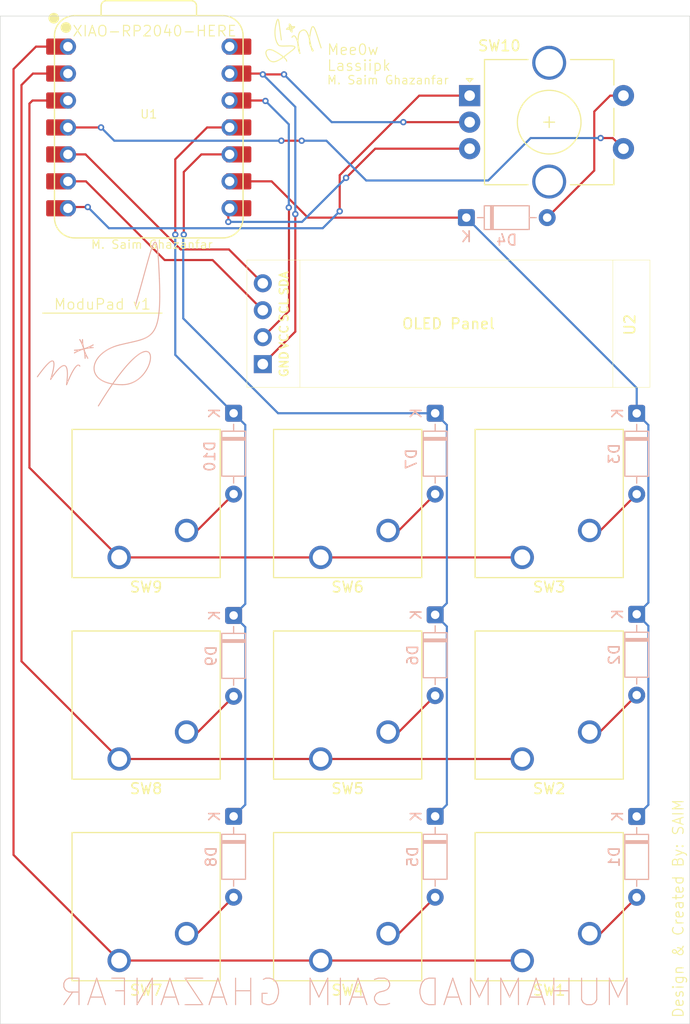
<source format=kicad_pcb>
(kicad_pcb (version 20241229) (generator "pcbnew") (generator_version "9.0")
  (layers (0 "F.Cu" signal) (2 "B.Cu" signal) (13 "F.Paste" user) (15 "B.Paste" user) (5 "F.SilkS" user "F.Silkscreen") (7 "B.SilkS" user "B.Silkscreen") (1 "F.Mask" user) (3 "B.Mask" user) (25 "Edge.Cuts" user))
  (net 0 "")
  (net 1 "ROW 0")
  (net 2 "Net-(D1-A)")
  (net 3 "Net-(D2-A)")
  (net 4 "Net-(D3-A)")
  (net 5 "EC11SW_A")
  (net 6 "ROW 1")
  (net 7 "Net-(D5-A)")
  (net 8 "Net-(D6-A)")
  (net 9 "Net-(D7-A)")
  (net 10 "ROW 2")
  (net 11 "Net-(D8-A)")
  (net 12 "Net-(D9-A)")
  (net 13 "Net-(D10-A)")
  (net 14 "COL 0")
  (net 15 "COL 1")
  (net 16 "COL 2")
  (net 17 "EC11_RA")
  (net 18 "GND")
  (net 19 "EC11SW_B")
  (net 20 "EC11_RB")
  (net 22 "OLED_SCL")
  (net 23 "OLED_SDA")
  (net 25 "+3V3")
  (footprint "Button_Switch_Keyboard:SW_Cherry_MX_1.00u_PCB" (layer "F.Cu") (at 94.71 127.53 180)
    (property "Reference" "SW2" (at -2.54 -2.794 0) (layer "F.SilkS"))
    (property "Value" "SW_Push")
    (fp_line (start 4.445 12.065) (end -9.525 12.065) (stroke (width 0.12)) (layer "F.SilkS"))
    (fp_line (start 4.445 -1.905) (end 4.445 12.065) (stroke (width 0.12)) (layer "F.SilkS"))
    (fp_line (start -9.525 12.065) (end -9.525 -1.905) (stroke (width 0.12)) (layer "F.SilkS"))
    (fp_line (start -9.525 -1.905) (end 4.445 -1.905) (stroke (width 0.12)) (layer "F.SilkS"))
    (pad "" np_thru_hole circle (at -7.62 5.08 180) (size 1.7 1.7) (drill 1.7) (layers "*.Cu" "*.Mask"))
    (pad "" np_thru_hole circle (at -2.54 5.08 180) (size 4 4) (drill 4) (layers "*.Cu" "*.Mask"))
    (pad "" np_thru_hole circle (at 2.54 5.08 180) (size 1.7 1.7) (drill 1.7) (layers "*.Cu" "*.Mask"))
    (pad "1" thru_hole circle (at 0 0 180) (size 2.2 2.2) (drill 1.5) (layers "*.Cu" "*.Mask") (net 15 "COL 1"))
    (pad "2" thru_hole circle (at -6.35 2.54 180) (size 2.2 2.2) (drill 1.5) (layers "*.Cu" "*.Mask") (net 3 "Net-(D2-A)"))
  )
  (footprint "KiCad-SSD1306-0.91-OLED-4pin-128x32.pretty-master:SSD1306-0.91-OLED-4pin-128x32" (layer "F.Cu") (at 106.75 92.5 180)
    (property "Reference" "U2" (at 1.9 5.91 90) (layer "F.SilkS"))
    (property "Value" "SSD1306-0.91-OLED-4pin-128x32")
    (fp_line (start 38 12) (end 38 0) (stroke (width 0.04)) (layer "F.SilkS"))
    (fp_line (start 38 0) (end 0 0) (stroke (width 0.04)) (layer "F.SilkS"))
    (fp_line (start 33 0) (end 33 12) (stroke (width 0.04)) (layer "F.SilkS"))
    (fp_line (start 3.5 0) (end 3.5 12) (stroke (width 0.04)) (layer "F.SilkS"))
    (fp_line (start 0 12) (end 38 12) (stroke (width 0.04)) (layer "F.SilkS"))
    (fp_line (start 0 0) (end 0 12) (stroke (width 0.04)) (layer "F.SilkS"))
    (fp_text user "SDA" (at 34.5 9.81 90) (layer "F.SilkS") (effects (font (size 0.8 0.8))))
    (fp_text user "GND" (at 34.5 2.19 90) (layer "F.SilkS") (effects (font (size 0.8 0.8))))
    (fp_text user "VCC" (at 34.5 4.73 90) (layer "F.SilkS") (effects (font (size 0.8 0.8))))
    (fp_text user "SCL" (at 34.5 7.27 90) (layer "F.SilkS") (effects (font (size 0.8 0.8))))
    (fp_text user "OLED Panel" (at 19 6 0) (layer "F.SilkS"))
    (pad "1" thru_hole rect (at 36.5 2.19 180) (size 1.7 1.7) (drill 1) (layers "*.Cu" "*.Mask") (net 18 "GND"))
    (pad "2" thru_hole oval (at 36.5 4.73 180) (size 1.7 1.7) (drill 1) (layers "*.Cu" "*.Mask") (net 25 "+3V3"))
    (pad "3" thru_hole oval (at 36.5 7.27 180) (size 1.7 1.7) (drill 1) (layers "*.Cu" "*.Mask") (net 22 "OLED_SCL"))
    (pad "4" thru_hole oval (at 36.5 9.81 180) (size 1.7 1.7) (drill 1) (layers "*.Cu" "*.Mask") (net 23 "OLED_SDA"))
  )
  (footprint "Seeed Studio XIAO Series Library:XIAO-RP2040-DIP" (layer "F.Cu") (at 59.5 68)
    (property "Reference" "U1" (at 0 -1.25 0) (layer "F.SilkS") (effects (font (size 0.8 0.8) (thickness 0.1016))))
    (property "Value" "XIAO-RP2040-DIP")
    (fp_line (start -8.89 8.509) (end -8.89 -8.636) (stroke (width 0.127)) (layer "F.SilkS"))
    (fp_line (start -6.985 10.414) (end 6.985 10.414) (stroke (width 0.127)) (layer "F.SilkS"))
    (fp_line (start -4.495 -10.541) (end -4.491272 -11.451272) (stroke (width 0.127)) (layer "F.SilkS"))
    (fp_line (start -3.991272 -11.951) (end 4.004 -11.951) (stroke (width 0.127)) (layer "F.SilkS"))
    (fp_line (start 4.504 -11.451) (end 4.504 -10.541) (stroke (width 0.127)) (layer "F.SilkS"))
    (fp_line (start 6.985 -10.541) (end -6.985 -10.541) (stroke (width 0.1)) (layer "F.SilkS"))
    (fp_line (start 6.985 -10.541) (end -6.985 -10.541) (stroke (width 0.127)) (layer "F.SilkS"))
    (fp_line (start 8.89 8.509) (end 8.89 -8.636) (stroke (width 0.127)) (layer "F.SilkS"))
    (fp_arc (start -8.89 -8.636) (mid -8.332038 -9.983038) (end -6.985 -10.541) (stroke (width 0.127)) (layer "F.SilkS"))
    (fp_arc (start -6.985 10.414) (mid -8.332038 9.856038) (end -8.89 8.509) (stroke (width 0.127)) (layer "F.SilkS"))
    (fp_arc (start -4.491272 -11.451272) (mid -4.344724 -11.804644) (end -3.991272 -11.951) (stroke (width 0.127)) (layer "F.SilkS"))
    (fp_arc (start 4.004 -11.951) (mid 4.357553 -11.804553) (end 4.504 -11.451) (stroke (width 0.127)) (layer "F.SilkS"))
    (fp_arc (start 6.985 -10.541) (mid 8.332038 -9.983038) (end 8.89 -8.636) (stroke (width 0.127)) (layer "F.SilkS"))
    (fp_arc (start 8.89 8.509) (mid 8.332038 9.856038) (end 6.985 10.414) (stroke (width 0.127)) (layer "F.SilkS"))
    (fp_circle (center -8.95 -10.3) (end -8.95 -10.554) (stroke (width 0.5)) (fill yes) (layer "F.SilkS"))
    (fp_circle (center -7.807 -9.42) (end -7.807 -9.674) (stroke (width 0.5)) (fill yes) (layer "F.SilkS"))
    (pad "1" smd roundrect (at -8.455 -7.62 180) (size 2.432 1.524) (layers "F.Cu" "F.Mask") (roundrect_rratio 0.1) (net 14 "COL 0"))
    (pad "1" thru_hole circle (at -7.62 -7.62 180) (size 1.524 1.524) (drill 0.889) (layers "*.Cu" "*.Mask") (net 14 "COL 0"))
    (pad "2" smd roundrect (at -8.455 -5.08 180) (size 2.432 1.524) (layers "F.Cu" "F.Mask") (roundrect_rratio 0.1) (net 15 "COL 1"))
    (pad "2" thru_hole circle (at -7.62 -5.08 180) (size 1.524 1.524) (drill 0.889) (layers "*.Cu" "*.Mask") (net 15 "COL 1"))
    (pad "3" smd roundrect (at -8.455 -2.54 180) (size 2.432 1.524) (layers "F.Cu" "F.Mask") (roundrect_rratio 0.1) (net 16 "COL 2"))
    (pad "3" thru_hole circle (at -7.62 -2.54 180) (size 1.524 1.524) (drill 0.889) (layers "*.Cu" "*.Mask") (net 16 "COL 2"))
    (pad "4" smd roundrect (at -8.455 0 180) (size 2.432 1.524) (layers "F.Cu" "F.Mask") (roundrect_rratio 0.1) (net 19 "EC11SW_B"))
    (pad "4" thru_hole circle (at -7.62 0 180) (size 1.524 1.524) (drill 0.889) (layers "*.Cu" "*.Mask") (net 19 "EC11SW_B"))
    (pad "5" smd roundrect (at -8.455 2.54 180) (size 2.432 1.524) (layers "F.Cu" "F.Mask") (roundrect_rratio 0.1) (net 23 "OLED_SDA"))
    (pad "5" thru_hole circle (at -7.62 2.54 180) (size 1.524 1.524) (drill 0.889) (layers "*.Cu" "*.Mask") (net 23 "OLED_SDA"))
    (pad "6" smd roundrect (at -8.455 5.08 180) (size 2.432 1.524) (layers "F.Cu" "F.Mask") (roundrect_rratio 0.1) (net 22 "OLED_SCL"))
    (pad "6" thru_hole circle (at -7.62 5.08 180) (size 1.524 1.524) (drill 0.889) (layers "*.Cu" "*.Mask") (net 22 "OLED_SCL"))
    (pad "7" smd roundrect (at -8.455 7.62 180) (size 2.432 1.524) (layers "F.Cu" "F.Mask") (roundrect_rratio 0.1) (net 17 "EC11_RA"))
    (pad "7" thru_hole circle (at -7.62 7.62 180) (size 1.524 1.524) (drill 0.889) (layers "*.Cu" "*.Mask") (net 17 "EC11_RA"))
    (pad "8" thru_hole circle (at 7.62 7.62) (size 1.524 1.524) (drill 0.889) (layers "*.Cu" "*.Mask") (net 20 "EC11_RB"))
    (pad "8" smd roundrect (at 8.455 7.62) (size 2.432 1.524) (layers "F.Cu" "F.Mask") (roundrect_rratio 0.1) (net 20 "EC11_RB"))
    (pad "9" thru_hole circle (at 7.62 5.08) (size 1.524 1.524) (drill 0.889) (layers "*.Cu" "*.Mask") (net 1 "ROW 0"))
    (pad "9" smd roundrect (at 8.455 5.08) (size 2.432 1.524) (layers "F.Cu" "F.Mask") (roundrect_rratio 0.1) (net 1 "ROW 0"))
    (pad "10" thru_hole circle (at 7.62 2.54) (size 1.524 1.524) (drill 0.889) (layers "*.Cu" "*.Mask") (net 6 "ROW 1"))
    (pad "10" smd roundrect (at 8.455 2.54) (size 2.432 1.524) (layers "F.Cu" "F.Mask") (roundrect_rratio 0.1) (net 6 "ROW 1"))
    (pad "11" thru_hole circle (at 7.62 0) (size 1.524 1.524) (drill 0.889) (layers "*.Cu" "*.Mask") (net 10 "ROW 2"))
    (pad "11" smd roundrect (at 8.455 0) (size 2.432 1.524) (layers "F.Cu" "F.Mask") (roundrect_rratio 0.1) (net 10 "ROW 2"))
    (pad "12" thru_hole circle (at 7.62 -2.54) (size 1.524 1.524) (drill 0.889) (layers "*.Cu" "*.Mask") (net 25 "+3V3"))
    (pad "12" smd roundrect (at 8.455 -2.54) (size 2.432 1.524) (layers "F.Cu" "F.Mask") (roundrect_rratio 0.1) (net 25 "+3V3"))
    (pad "13" thru_hole circle (at 7.62 -5.08) (size 1.524 1.524) (drill 0.889) (layers "*.Cu" "*.Mask") (net 18 "GND"))
    (pad "13" smd roundrect (at 8.455 -5.08) (size 2.432 1.524) (layers "F.Cu" "F.Mask") (roundrect_rratio 0.1) (net 18 "GND"))
    (pad "14" thru_hole circle (at 7.62 -7.62) (size 1.524 1.524) (drill 0.889) (layers "*.Cu" "*.Mask"))
    (pad "14" smd roundrect (at 8.455 -7.62) (size 2.432 1.524) (layers "F.Cu" "F.Mask") (roundrect_rratio 0.1))
  )
  (footprint "Button_Switch_Keyboard:SW_Cherry_MX_1.00u_PCB" (layer "F.Cu") (at 75.71 127.53 180)
    (property "Reference" "SW5" (at -2.54 -2.794 0) (layer "F.SilkS"))
    (property "Value" "SW_Push")
    (fp_line (start 4.445 12.065) (end -9.525 12.065) (stroke (width 0.12)) (layer "F.SilkS"))
    (fp_line (start 4.445 -1.905) (end 4.445 12.065) (stroke (width 0.12)) (layer "F.SilkS"))
    (fp_line (start -9.525 12.065) (end -9.525 -1.905) (stroke (width 0.12)) (layer "F.SilkS"))
    (fp_line (start -9.525 -1.905) (end 4.445 -1.905) (stroke (width 0.12)) (layer "F.SilkS"))
    (pad "" np_thru_hole circle (at -7.62 5.08 180) (size 1.7 1.7) (drill 1.7) (layers "*.Cu" "*.Mask"))
    (pad "" np_thru_hole circle (at -2.54 5.08 180) (size 4 4) (drill 4) (layers "*.Cu" "*.Mask"))
    (pad "" np_thru_hole circle (at 2.54 5.08 180) (size 1.7 1.7) (drill 1.7) (layers "*.Cu" "*.Mask"))
    (pad "1" thru_hole circle (at 0 0 180) (size 2.2 2.2) (drill 1.5) (layers "*.Cu" "*.Mask") (net 15 "COL 1"))
    (pad "2" thru_hole circle (at -6.35 2.54 180) (size 2.2 2.2) (drill 1.5) (layers "*.Cu" "*.Mask") (net 8 "Net-(D6-A)"))
  )
  (footprint "Rotary_Encoder:RotaryEncoder_Alps_EC11E-Switch_Vertical_H20mm_CircularMountingHoles" (layer "F.Cu") (at 89.75 65)
    (property "Reference" "SW10" (at 2.8 -4.7 0) (layer "F.SilkS"))
    (property "Value" "RotaryEncoder_Switch")
    (fp_line (start -0.3 -1.6) (end 0.3 -1.6) (stroke (width 0.12)) (layer "F.SilkS"))
    (fp_line (start 0 -1.3) (end -0.3 -1.6) (stroke (width 0.12)) (layer "F.SilkS"))
    (fp_line (start 0.3 -1.6) (end 0 -1.3) (stroke (width 0.12)) (layer "F.SilkS"))
    (fp_line (start 1.4 -3.4) (end 1.4 8.4) (stroke (width 0.12)) (layer "F.SilkS"))
    (fp_line (start 5.5 -3.4) (end 1.4 -3.4) (stroke (width 0.12)) (layer "F.SilkS"))
    (fp_line (start 5.5 8.4) (end 1.4 8.4) (stroke (width 0.12)) (layer "F.SilkS"))
    (fp_line (start 7 2.5) (end 8 2.5) (stroke (width 0.12)) (layer "F.SilkS"))
    (fp_line (start 7.5 2) (end 7.5 3) (stroke (width 0.12)) (layer "F.SilkS"))
    (fp_line (start 9.5 -3.4) (end 13.6 -3.4) (stroke (width 0.12)) (layer "F.SilkS"))
    (fp_line (start 13.6 -3.4) (end 13.6 -1) (stroke (width 0.12)) (layer "F.SilkS"))
    (fp_line (start 13.6 1.2) (end 13.6 3.8) (stroke (width 0.12)) (layer "F.SilkS"))
    (fp_line (start 13.6 6) (end 13.6 8.4) (stroke (width 0.12)) (layer "F.SilkS"))
    (fp_line (start 13.6 8.4) (end 9.5 8.4) (stroke (width 0.12)) (layer "F.SilkS"))
    (fp_circle (center 7.5 2.5) (end 10.5 2.5) (stroke (width 0.12)) (fill no) (layer "F.SilkS"))
    (pad "A" thru_hole rect (at 0 0) (size 2 2) (drill 1) (layers "*.Cu" "*.Mask") (net 17 "EC11_RA"))
    (pad "B" thru_hole circle (at 0 5) (size 2 2) (drill 1) (layers "*.Cu" "*.Mask") (net 20 "EC11_RB"))
    (pad "C" thru_hole circle (at 0 2.5) (size 2 2) (drill 1) (layers "*.Cu" "*.Mask") (net 18 "GND"))
    (pad "MP" thru_hole circle (at 7.5 -3.1) (size 3.2 3.2) (drill 2.6) (layers "*.Cu" "*.Mask"))
    (pad "MP" thru_hole circle (at 7.5 8.1) (size 3.2 3.2) (drill 2.6) (layers "*.Cu" "*.Mask"))
    (pad "S1" thru_hole circle (at 14.5 5) (size 2 2) (drill 1) (layers "*.Cu" "*.Mask") (net 19 "EC11SW_B"))
    (pad "S2" thru_hole circle (at 14.5 0) (size 2 2) (drill 1) (layers "*.Cu" "*.Mask") (net 5 "EC11SW_A"))
  )
  (footprint "Button_Switch_Keyboard:SW_Cherry_MX_1.00u_PCB" (layer "F.Cu") (at 75.71 146.53 180)
    (property "Reference" "SW4" (at -2.54 -2.794 0) (layer "F.SilkS"))
    (property "Value" "SW_Push")
    (fp_line (start 4.445 12.065) (end -9.525 12.065) (stroke (width 0.12)) (layer "F.SilkS"))
    (fp_line (start 4.445 -1.905) (end 4.445 12.065) (stroke (width 0.12)) (layer "F.SilkS"))
    (fp_line (start -9.525 12.065) (end -9.525 -1.905) (stroke (width 0.12)) (layer "F.SilkS"))
    (fp_line (start -9.525 -1.905) (end 4.445 -1.905) (stroke (width 0.12)) (layer "F.SilkS"))
    (pad "" np_thru_hole circle (at -7.62 5.08 180) (size 1.7 1.7) (drill 1.7) (layers "*.Cu" "*.Mask"))
    (pad "" np_thru_hole circle (at -2.54 5.08 180) (size 4 4) (drill 4) (layers "*.Cu" "*.Mask"))
    (pad "" np_thru_hole circle (at 2.54 5.08 180) (size 1.7 1.7) (drill 1.7) (layers "*.Cu" "*.Mask"))
    (pad "1" thru_hole circle (at 0 0 180) (size 2.2 2.2) (drill 1.5) (layers "*.Cu" "*.Mask") (net 14 "COL 0"))
    (pad "2" thru_hole circle (at -6.35 2.54 180) (size 2.2 2.2) (drill 1.5) (layers "*.Cu" "*.Mask") (net 7 "Net-(D5-A)"))
  )
  (footprint "Button_Switch_Keyboard:SW_Cherry_MX_1.00u_PCB" (layer "F.Cu") (at 75.71 108.53 180)
    (property "Reference" "SW6" (at -2.54 -2.794 0) (layer "F.SilkS"))
    (property "Value" "SW_Push")
    (fp_line (start 4.445 12.065) (end -9.525 12.065) (stroke (width 0.12)) (layer "F.SilkS"))
    (fp_line (start 4.445 -1.905) (end 4.445 12.065) (stroke (width 0.12)) (layer "F.SilkS"))
    (fp_line (start -9.525 12.065) (end -9.525 -1.905) (stroke (width 0.12)) (layer "F.SilkS"))
    (fp_line (start -9.525 -1.905) (end 4.445 -1.905) (stroke (width 0.12)) (layer "F.SilkS"))
    (pad "" np_thru_hole circle (at -7.62 5.08 180) (size 1.7 1.7) (drill 1.7) (layers "*.Cu" "*.Mask"))
    (pad "" np_thru_hole circle (at -2.54 5.08 180) (size 4 4) (drill 4) (layers "*.Cu" "*.Mask"))
    (pad "" np_thru_hole circle (at 2.54 5.08 180) (size 1.7 1.7) (drill 1.7) (layers "*.Cu" "*.Mask"))
    (pad "1" thru_hole circle (at 0 0 180) (size 2.2 2.2) (drill 1.5) (layers "*.Cu" "*.Mask") (net 16 "COL 2"))
    (pad "2" thru_hole circle (at -6.35 2.54 180) (size 2.2 2.2) (drill 1.5) (layers "*.Cu" "*.Mask") (net 9 "Net-(D7-A)"))
  )
  (footprint "Button_Switch_Keyboard:SW_Cherry_MX_1.00u_PCB" (layer "F.Cu") (at 56.71 108.53 180)
    (property "Reference" "SW9" (at -2.54 -2.794 0) (layer "F.SilkS"))
    (property "Value" "SW_Push")
    (fp_line (start 4.445 12.065) (end -9.525 12.065) (stroke (width 0.12)) (layer "F.SilkS"))
    (fp_line (start 4.445 -1.905) (end 4.445 12.065) (stroke (width 0.12)) (layer "F.SilkS"))
    (fp_line (start -9.525 12.065) (end -9.525 -1.905) (stroke (width 0.12)) (layer "F.SilkS"))
    (fp_line (start -9.525 -1.905) (end 4.445 -1.905) (stroke (width 0.12)) (layer "F.SilkS"))
    (pad "" np_thru_hole circle (at -7.62 5.08 180) (size 1.7 1.7) (drill 1.7) (layers "*.Cu" "*.Mask"))
    (pad "" np_thru_hole circle (at -2.54 5.08 180) (size 4 4) (drill 4) (layers "*.Cu" "*.Mask"))
    (pad "" np_thru_hole circle (at 2.54 5.08 180) (size 1.7 1.7) (drill 1.7) (layers "*.Cu" "*.Mask"))
    (pad "1" thru_hole circle (at 0 0 180) (size 2.2 2.2) (drill 1.5) (layers "*.Cu" "*.Mask") (net 16 "COL 2"))
    (pad "2" thru_hole circle (at -6.35 2.54 180) (size 2.2 2.2) (drill 1.5) (layers "*.Cu" "*.Mask") (net 13 "Net-(D10-A)"))
  )
  (footprint "Button_Switch_Keyboard:SW_Cherry_MX_1.00u_PCB" (layer "F.Cu") (at 56.71 146.53 180)
    (property "Reference" "SW7" (at -2.54 -2.794 0) (layer "F.SilkS"))
    (property "Value" "SW_Push")
    (fp_line (start 4.445 12.065) (end -9.525 12.065) (stroke (width 0.12)) (layer "F.SilkS"))
    (fp_line (start 4.445 -1.905) (end 4.445 12.065) (stroke (width 0.12)) (layer "F.SilkS"))
    (fp_line (start -9.525 12.065) (end -9.525 -1.905) (stroke (width 0.12)) (layer "F.SilkS"))
    (fp_line (start -9.525 -1.905) (end 4.445 -1.905) (stroke (width 0.12)) (layer "F.SilkS"))
    (pad "" np_thru_hole circle (at -7.62 5.08 180) (size 1.7 1.7) (drill 1.7) (layers "*.Cu" "*.Mask"))
    (pad "" np_thru_hole circle (at -2.54 5.08 180) (size 4 4) (drill 4) (layers "*.Cu" "*.Mask"))
    (pad "" np_thru_hole circle (at 2.54 5.08 180) (size 1.7 1.7) (drill 1.7) (layers "*.Cu" "*.Mask"))
    (pad "1" thru_hole circle (at 0 0 180) (size 2.2 2.2) (drill 1.5) (layers "*.Cu" "*.Mask") (net 14 "COL 0"))
    (pad "2" thru_hole circle (at -6.35 2.54 180) (size 2.2 2.2) (drill 1.5) (layers "*.Cu" "*.Mask") (net 11 "Net-(D8-A)"))
  )
  (footprint "Button_Switch_Keyboard:SW_Cherry_MX_1.00u_PCB" (layer "F.Cu") (at 94.71 146.53 180)
    (property "Reference" "SW1" (at -2.54 -2.794 0) (layer "F.SilkS"))
    (property "Value" "SW_Push")
    (fp_line (start 4.445 12.065) (end -9.525 12.065) (stroke (width 0.12)) (layer "F.SilkS"))
    (fp_line (start 4.445 -1.905) (end 4.445 12.065) (stroke (width 0.12)) (layer "F.SilkS"))
    (fp_line (start -9.525 12.065) (end -9.525 -1.905) (stroke (width 0.12)) (layer "F.SilkS"))
    (fp_line (start -9.525 -1.905) (end 4.445 -1.905) (stroke (width 0.12)) (layer "F.SilkS"))
    (pad "" np_thru_hole circle (at -7.62 5.08 180) (size 1.7 1.7) (drill 1.7) (layers "*.Cu" "*.Mask"))
    (pad "" np_thru_hole circle (at -2.54 5.08 180) (size 4 4) (drill 4) (layers "*.Cu" "*.Mask"))
    (pad "" np_thru_hole circle (at 2.54 5.08 180) (size 1.7 1.7) (drill 1.7) (layers "*.Cu" "*.Mask"))
    (pad "1" thru_hole circle (at 0 0 180) (size 2.2 2.2) (drill 1.5) (layers "*.Cu" "*.Mask") (net 14 "COL 0"))
    (pad "2" thru_hole circle (at -6.35 2.54 180) (size 2.2 2.2) (drill 1.5) (layers "*.Cu" "*.Mask") (net 2 "Net-(D1-A)"))
  )
  (footprint "Button_Switch_Keyboard:SW_Cherry_MX_1.00u_PCB" (layer "F.Cu") (at 56.71 127.53 180)
    (property "Reference" "SW8" (at -2.54 -2.794 0) (layer "F.SilkS"))
    (property "Value" "SW_Push")
    (fp_line (start 4.445 12.065) (end -9.525 12.065) (stroke (width 0.12)) (layer "F.SilkS"))
    (fp_line (start 4.445 -1.905) (end 4.445 12.065) (stroke (width 0.12)) (layer "F.SilkS"))
    (fp_line (start -9.525 12.065) (end -9.525 -1.905) (stroke (width 0.12)) (layer "F.SilkS"))
    (fp_line (start -9.525 -1.905) (end 4.445 -1.905) (stroke (width 0.12)) (layer "F.SilkS"))
    (pad "" np_thru_hole circle (at -7.62 5.08 180) (size 1.7 1.7) (drill 1.7) (layers "*.Cu" "*.Mask"))
    (pad "" np_thru_hole circle (at -2.54 5.08 180) (size 4 4) (drill 4) (layers "*.Cu" "*.Mask"))
    (pad "" np_thru_hole circle (at 2.54 5.08 180) (size 1.7 1.7) (drill 1.7) (layers "*.Cu" "*.Mask"))
    (pad "1" thru_hole circle (at 0 0 180) (size 2.2 2.2) (drill 1.5) (layers "*.Cu" "*.Mask") (net 15 "COL 1"))
    (pad "2" thru_hole circle (at -6.35 2.54 180) (size 2.2 2.2) (drill 1.5) (layers "*.Cu" "*.Mask") (net 12 "Net-(D9-A)"))
  )
  (footprint "Button_Switch_Keyboard:SW_Cherry_MX_1.00u_PCB" (layer "F.Cu") (at 94.71 108.53 180)
    (property "Reference" "SW3" (at -2.54 -2.794 0) (layer "F.SilkS"))
    (property "Value" "SW_Push")
    (fp_line (start 4.445 12.065) (end -9.525 12.065) (stroke (width 0.12)) (layer "F.SilkS"))
    (fp_line (start 4.445 -1.905) (end 4.445 12.065) (stroke (width 0.12)) (layer "F.SilkS"))
    (fp_line (start -9.525 12.065) (end -9.525 -1.905) (stroke (width 0.12)) (layer "F.SilkS"))
    (fp_line (start -9.525 -1.905) (end 4.445 -1.905) (stroke (width 0.12)) (layer "F.SilkS"))
    (pad "" np_thru_hole circle (at -7.62 5.08 180) (size 1.7 1.7) (drill 1.7) (layers "*.Cu" "*.Mask"))
    (pad "" np_thru_hole circle (at -2.54 5.08 180) (size 4 4) (drill 4) (layers "*.Cu" "*.Mask"))
    (pad "" np_thru_hole circle (at 2.54 5.08 180) (size 1.7 1.7) (drill 1.7) (layers "*.Cu" "*.Mask"))
    (pad "1" thru_hole circle (at 0 0 180) (size 2.2 2.2) (drill 1.5) (layers "*.Cu" "*.Mask") (net 16 "COL 2"))
    (pad "2" thru_hole circle (at -6.35 2.54 180) (size 2.2 2.2) (drill 1.5) (layers "*.Cu" "*.Mask") (net 4 "Net-(D3-A)"))
  )
  (footprint "Diode_THT:D_DO-35_SOD27_P7.62mm_Horizontal" (layer "B.Cu") (at 105.5 132.95 -90)
    (property "Reference" "D1" (at 3.81 2.12 90) (layer "B.SilkS") (effects (justify mirror)))
    (property "Value" "1N4148")
    (fp_line (start 2.29 1.12) (end 2.29 -1.12) (stroke (width 0.12)) (layer "B.SilkS"))
    (fp_line (start 2.41 1.12) (end 2.41 -1.12) (stroke (width 0.12)) (layer "B.SilkS"))
    (fp_line (start 2.53 1.12) (end 2.53 -1.12) (stroke (width 0.12)) (layer "B.SilkS"))
    (fp_line (start 1.04 0) (end 1.69 0) (stroke (width 0.12)) (layer "B.SilkS"))
    (fp_line (start 6.58 0) (end 5.93 0) (stroke (width 0.12)) (layer "B.SilkS"))
    (fp_rect (start 1.69 1.12) (end 5.93 -1.12) (stroke (width 0.12)) (fill no) (layer "B.SilkS"))
    (fp_text user "K" (at 0 1.8 90) (layer "B.SilkS") (effects (justify mirror)))
    (pad "1" thru_hole roundrect (at 0 0 270) (size 1.6 1.6) (drill 0.8) (layers "*.Cu" "*.Mask") (roundrect_rratio 0.15625) (net 1 "ROW 0"))
    (pad "2" thru_hole circle (at 7.62 0 270) (size 1.6 1.6) (drill 0.8) (layers "*.Cu" "*.Mask") (net 2 "Net-(D1-A)"))
  )
  (footprint "Diode_THT:D_DO-35_SOD27_P7.62mm_Horizontal" (layer "B.Cu") (at 67.5 132.94 -90)
    (property "Reference" "D8" (at 3.81 2.12 90) (layer "B.SilkS") (effects (justify mirror)))
    (property "Value" "1N4148")
    (fp_line (start 2.29 1.12) (end 2.29 -1.12) (stroke (width 0.12)) (layer "B.SilkS"))
    (fp_line (start 2.41 1.12) (end 2.41 -1.12) (stroke (width 0.12)) (layer "B.SilkS"))
    (fp_line (start 2.53 1.12) (end 2.53 -1.12) (stroke (width 0.12)) (layer "B.SilkS"))
    (fp_line (start 1.04 0) (end 1.69 0) (stroke (width 0.12)) (layer "B.SilkS"))
    (fp_line (start 6.58 0) (end 5.93 0) (stroke (width 0.12)) (layer "B.SilkS"))
    (fp_rect (start 1.69 1.12) (end 5.93 -1.12) (stroke (width 0.12)) (fill no) (layer "B.SilkS"))
    (fp_text user "K" (at 0 1.8 90) (layer "B.SilkS") (effects (justify mirror)))
    (pad "1" thru_hole roundrect (at 0 0 270) (size 1.6 1.6) (drill 0.8) (layers "*.Cu" "*.Mask") (roundrect_rratio 0.15625) (net 10 "ROW 2"))
    (pad "2" thru_hole circle (at 7.62 0 270) (size 1.6 1.6) (drill 0.8) (layers "*.Cu" "*.Mask") (net 11 "Net-(D8-A)"))
  )
  (footprint "Diode_THT:D_DO-35_SOD27_P7.62mm_Horizontal" (layer "B.Cu") (at 86.5 132.94 -90)
    (property "Reference" "D5" (at 3.81 2.12 90) (layer "B.SilkS") (effects (justify mirror)))
    (property "Value" "1N4148")
    (fp_line (start 2.29 1.12) (end 2.29 -1.12) (stroke (width 0.12)) (layer "B.SilkS"))
    (fp_line (start 2.41 1.12) (end 2.41 -1.12) (stroke (width 0.12)) (layer "B.SilkS"))
    (fp_line (start 2.53 1.12) (end 2.53 -1.12) (stroke (width 0.12)) (layer "B.SilkS"))
    (fp_line (start 1.04 0) (end 1.69 0) (stroke (width 0.12)) (layer "B.SilkS"))
    (fp_line (start 6.58 0) (end 5.93 0) (stroke (width 0.12)) (layer "B.SilkS"))
    (fp_rect (start 1.69 1.12) (end 5.93 -1.12) (stroke (width 0.12)) (fill no) (layer "B.SilkS"))
    (fp_text user "K" (at 0 1.8 90) (layer "B.SilkS") (effects (justify mirror)))
    (pad "1" thru_hole roundrect (at 0 0 270) (size 1.6 1.6) (drill 0.8) (layers "*.Cu" "*.Mask") (roundrect_rratio 0.15625) (net 6 "ROW 1"))
    (pad "2" thru_hole circle (at 7.62 0 270) (size 1.6 1.6) (drill 0.8) (layers "*.Cu" "*.Mask") (net 7 "Net-(D5-A)"))
  )
  (footprint "Diode_THT:D_DO-35_SOD27_P7.62mm_Horizontal" (layer "B.Cu") (at 86.5 113.94 -90)
    (property "Reference" "D6" (at 3.81 2.12 90) (layer "B.SilkS") (effects (justify mirror)))
    (property "Value" "1N4148")
    (fp_line (start 2.29 1.12) (end 2.29 -1.12) (stroke (width 0.12)) (layer "B.SilkS"))
    (fp_line (start 2.41 1.12) (end 2.41 -1.12) (stroke (width 0.12)) (layer "B.SilkS"))
    (fp_line (start 2.53 1.12) (end 2.53 -1.12) (stroke (width 0.12)) (layer "B.SilkS"))
    (fp_line (start 1.04 0) (end 1.69 0) (stroke (width 0.12)) (layer "B.SilkS"))
    (fp_line (start 6.58 0) (end 5.93 0) (stroke (width 0.12)) (layer "B.SilkS"))
    (fp_rect (start 1.69 1.12) (end 5.93 -1.12) (stroke (width 0.12)) (fill no) (layer "B.SilkS"))
    (fp_text user "K" (at 0 1.8 90) (layer "B.SilkS") (effects (justify mirror)))
    (pad "1" thru_hole roundrect (at 0 0 270) (size 1.6 1.6) (drill 0.8) (layers "*.Cu" "*.Mask") (roundrect_rratio 0.15625) (net 6 "ROW 1"))
    (pad "2" thru_hole circle (at 7.62 0 270) (size 1.6 1.6) (drill 0.8) (layers "*.Cu" "*.Mask") (net 8 "Net-(D6-A)"))
  )
  (footprint "Diode_THT:D_DO-35_SOD27_P7.62mm_Horizontal" (layer "B.Cu") (at 89.44 76.5)
    (property "Reference" "D4" (at 3.81 2.12 0) (layer "B.SilkS") (effects (justify mirror)))
    (property "Value" "1N4148")
    (fp_line (start 1.04 0) (end 1.69 0) (stroke (width 0.12)) (layer "B.SilkS"))
    (fp_line (start 2.29 1.12) (end 2.29 -1.12) (stroke (width 0.12)) (layer "B.SilkS"))
    (fp_line (start 2.41 1.12) (end 2.41 -1.12) (stroke (width 0.12)) (layer "B.SilkS"))
    (fp_line (start 2.53 1.12) (end 2.53 -1.12) (stroke (width 0.12)) (layer "B.SilkS"))
    (fp_line (start 6.58 0) (end 5.93 0) (stroke (width 0.12)) (layer "B.SilkS"))
    (fp_rect (start 1.69 1.12) (end 5.93 -1.12) (stroke (width 0.12)) (fill no) (layer "B.SilkS"))
    (fp_text user "K" (at 0 1.8 0) (layer "B.SilkS") (effects (justify mirror)))
    (pad "1" thru_hole roundrect (at 0 0) (size 1.6 1.6) (drill 0.8) (layers "*.Cu" "*.Mask") (roundrect_rratio 0.15625) (net 1 "ROW 0"))
    (pad "2" thru_hole circle (at 7.62 0) (size 1.6 1.6) (drill 0.8) (layers "*.Cu" "*.Mask") (net 5 "EC11SW_A"))
  )
  (footprint "Diode_THT:D_DO-35_SOD27_P7.62mm_Horizontal" (layer "B.Cu") (at 86.5 94.94 -90)
    (property "Reference" "D7" (at 4.31 2.25 90) (layer "B.SilkS") (effects (justify mirror)))
    (property "Value" "1N4148")
    (fp_line (start 2.29 1.12) (end 2.29 -1.12) (stroke (width 0.12)) (layer "B.SilkS"))
    (fp_line (start 2.41 1.12) (end 2.41 -1.12) (stroke (width 0.12)) (layer "B.SilkS"))
    (fp_line (start 2.53 1.12) (end 2.53 -1.12) (stroke (width 0.12)) (layer "B.SilkS"))
    (fp_line (start 1.04 0) (end 1.69 0) (stroke (width 0.12)) (layer "B.SilkS"))
    (fp_line (start 6.58 0) (end 5.93 0) (stroke (width 0.12)) (layer "B.SilkS"))
    (fp_rect (start 1.69 1.12) (end 5.93 -1.12) (stroke (width 0.12)) (fill no) (layer "B.SilkS"))
    (fp_text user "K" (at 0 1.8 90) (layer "B.SilkS") (effects (justify mirror)))
    (pad "1" thru_hole roundrect (at 0 0 270) (size 1.6 1.6) (drill 0.8) (layers "*.Cu" "*.Mask") (roundrect_rratio 0.15625) (net 6 "ROW 1"))
    (pad "2" thru_hole circle (at 7.62 0 270) (size 1.6 1.6) (drill 0.8) (layers "*.Cu" "*.Mask") (net 9 "Net-(D7-A)"))
  )
  (footprint "Diode_THT:D_DO-35_SOD27_P7.62mm_Horizontal" (layer "B.Cu") (at 105.5 94.95 -90)
    (property "Reference" "D3" (at 3.81 2.12 90) (layer "B.SilkS") (effects (justify mirror)))
    (property "Value" "1N4148")
    (fp_line (start 2.29 1.12) (end 2.29 -1.12) (stroke (width 0.12)) (layer "B.SilkS"))
    (fp_line (start 2.41 1.12) (end 2.41 -1.12) (stroke (width 0.12)) (layer "B.SilkS"))
    (fp_line (start 2.53 1.12) (end 2.53 -1.12) (stroke (width 0.12)) (layer "B.SilkS"))
    (fp_line (start 1.04 0) (end 1.69 0) (stroke (width 0.12)) (layer "B.SilkS"))
    (fp_line (start 6.58 0) (end 5.93 0) (stroke (width 0.12)) (layer "B.SilkS"))
    (fp_rect (start 1.69 1.12) (end 5.93 -1.12) (stroke (width 0.12)) (fill no) (layer "B.SilkS"))
    (fp_text user "K" (at 0 1.8 90) (layer "B.SilkS") (effects (justify mirror)))
    (pad "1" thru_hole roundrect (at 0 0 270) (size 1.6 1.6) (drill 0.8) (layers "*.Cu" "*.Mask") (roundrect_rratio 0.15625) (net 1 "ROW 0"))
    (pad "2" thru_hole circle (at 7.62 0 270) (size 1.6 1.6) (drill 0.8) (layers "*.Cu" "*.Mask") (net 4 "Net-(D3-A)"))
  )
  (footprint "Diode_THT:D_DO-35_SOD27_P7.62mm_Horizontal" (layer "B.Cu") (at 105.5 113.89 -90)
    (property "Reference" "D2" (at 3.81 2.12 90) (layer "B.SilkS") (effects (justify mirror)))
    (property "Value" "1N4148")
    (fp_line (start 2.29 1.12) (end 2.29 -1.12) (stroke (width 0.12)) (layer "B.SilkS"))
    (fp_line (start 2.41 1.12) (end 2.41 -1.12) (stroke (width 0.12)) (layer "B.SilkS"))
    (fp_line (start 2.53 1.12) (end 2.53 -1.12) (stroke (width 0.12)) (layer "B.SilkS"))
    (fp_line (start 1.04 0) (end 1.69 0) (stroke (width 0.12)) (layer "B.SilkS"))
    (fp_line (start 6.58 0) (end 5.93 0) (stroke (width 0.12)) (layer "B.SilkS"))
    (fp_rect (start 1.69 1.12) (end 5.93 -1.12) (stroke (width 0.12)) (fill no) (layer "B.SilkS"))
    (fp_text user "K" (at 0 1.8 90) (layer "B.SilkS") (effects (justify mirror)))
    (pad "1" thru_hole roundrect (at 0 0 270) (size 1.6 1.6) (drill 0.8) (layers "*.Cu" "*.Mask") (roundrect_rratio 0.15625) (net 1 "ROW 0"))
    (pad "2" thru_hole circle (at 7.62 0 270) (size 1.6 1.6) (drill 0.8) (layers "*.Cu" "*.Mask") (net 3 "Net-(D2-A)"))
  )
  (footprint "Diode_THT:D_DO-35_SOD27_P7.62mm_Horizontal" (layer "B.Cu") (at 67.5 94.94 -90)
    (property "Reference" "D10" (at 4.06 2.25 90) (layer "B.SilkS") (effects (justify mirror)))
    (property "Value" "1N4148")
    (fp_line (start 2.29 1.12) (end 2.29 -1.12) (stroke (width 0.12)) (layer "B.SilkS"))
    (fp_line (start 2.41 1.12) (end 2.41 -1.12) (stroke (width 0.12)) (layer "B.SilkS"))
    (fp_line (start 2.53 1.12) (end 2.53 -1.12) (stroke (width 0.12)) (layer "B.SilkS"))
    (fp_line (start 1.04 0) (end 1.69 0) (stroke (width 0.12)) (layer "B.SilkS"))
    (fp_line (start 6.58 0) (end 5.93 0) (stroke (width 0.12)) (layer "B.SilkS"))
    (fp_rect (start 1.69 1.12) (end 5.93 -1.12) (stroke (width 0.12)) (fill no) (layer "B.SilkS"))
    (fp_text user "K" (at 0 1.8 90) (layer "B.SilkS") (effects (justify mirror)))
    (pad "1" thru_hole roundrect (at 0 0 270) (size 1.6 1.6) (drill 0.8) (layers "*.Cu" "*.Mask") (roundrect_rratio 0.15625) (net 10 "ROW 2"))
    (pad "2" thru_hole circle (at 7.62 0 270) (size 1.6 1.6) (drill 0.8) (layers "*.Cu" "*.Mask") (net 13 "Net-(D10-A)"))
  )
  (footprint "Diode_THT:D_DO-35_SOD27_P7.62mm_Horizontal" (layer "B.Cu") (at 67.5 114 -90)
    (property "Reference" "D9" (at 3.81 2.12 90) (layer "B.SilkS") (effects (justify mirror)))
    (property "Value" "1N4148")
    (fp_line (start 2.29 1.12) (end 2.29 -1.12) (stroke (width 0.12)) (layer "B.SilkS"))
    (fp_line (start 2.41 1.12) (end 2.41 -1.12) (stroke (width 0.12)) (layer "B.SilkS"))
    (fp_line (start 2.53 1.12) (end 2.53 -1.12) (stroke (width 0.12)) (layer "B.SilkS"))
    (fp_line (start 1.04 0) (end 1.69 0) (stroke (width 0.12)) (layer "B.SilkS"))
    (fp_line (start 6.58 0) (end 5.93 0) (stroke (width 0.12)) (layer "B.SilkS"))
    (fp_rect (start 1.69 1.12) (end 5.93 -1.12) (stroke (width 0.12)) (fill no) (layer "B.SilkS"))
    (fp_text user "K" (at 0 1.8 90) (layer "B.SilkS") (effects (justify mirror)))
    (pad "1" thru_hole roundrect (at 0 0 270) (size 1.6 1.6) (drill 0.8) (layers "*.Cu" "*.Mask") (roundrect_rratio 0.15625) (net 10 "ROW 2"))
    (pad "2" thru_hole circle (at 7.62 0 270) (size 1.6 1.6) (drill 0.8) (layers "*.Cu" "*.Mask") (net 12 "Net-(D9-A)"))
  )
  (gr_curve (pts (xy 72.5 58.75) (xy 73.25 58.75) (xy 73.25 58.5) (xy 73.25 58.5)) (stroke (width 0.1)) (layer "F.SilkS"))
  (gr_curve (pts (xy 75 60.75) (xy 74.75 61.25) (xy 74.75 58) (xy 73.75 59)) (stroke (width 0.1)) (layer "F.SilkS"))
  (gr_curve (pts (xy 60.75 85.5) (xy 50 85.5) (xy 50 85.5) (xy 49.5 85.5)) (stroke (width 0.1)) (layer "F.SilkS"))
  (gr_curve (pts (xy 71.25 60.75) (xy 71.75 61) (xy 72.5 61.5) (xy 72.5 61.75)) (stroke (width 0.1)) (layer "F.SilkS"))
  (gr_curve (pts (xy 75.75 60.5) (xy 75.25 59) (xy 75 57.75) (xy 74.75 59)) (stroke (width 0.1)) (layer "F.SilkS"))
  (gr_curve (pts (xy 71.5 58.25) (xy 71.25 59.25) (xy 71.5 60) (xy 71.75 60.25)) (stroke (width 0.1)) (layer "F.SilkS"))
  (gr_curve (pts (xy 73 60.75) (xy 72 61.5) (xy 71.25 62.25) (xy 70.75 61.5)) (stroke (width 0.1)) (layer "F.SilkS"))
  (gr_curve (pts (xy 72.75 58.25) (xy 72.75 59) (xy 73 59) (xy 73 59)) (stroke (width 0.1)) (layer "F.SilkS"))
  (gr_curve (pts (xy 72 59.75) (xy 71.75 58) (xy 71.75 57.25) (xy 71.5 58.25)) (stroke (width 0.1)) (layer "F.SilkS"))
  (gr_curve (pts (xy 73 59) (xy 73 58.25) (xy 72.75 58.25) (xy 72.75 58.25)) (stroke (width 0.1)) (layer "F.SilkS"))
  (gr_curve (pts (xy 70.75 61.5) (xy 70.25 60.75) (xy 70.75 60.5) (xy 71.25 60.75)) (stroke (width 0.1)) (layer "F.SilkS"))
  (gr_curve (pts (xy 71.75 60.25) (xy 72 60.5) (xy 74 60) (xy 73 60.75)) (stroke (width 0.1)) (layer "F.SilkS"))
  (gr_curve (pts (xy 73.75 61) (xy 73.75 61.25) (xy 73.5 58.75) (xy 73 59.5)) (stroke (width 0.1)) (layer "F.SilkS"))
  (gr_curve (pts (xy 73.25 58.5) (xy 72.5 58.5) (xy 72.5 58.75) (xy 72.5 58.75)) (stroke (width 0.1)) (layer "F.SilkS"))
  (gr_curve (pts (xy 74.75 59) (xy 74.5 60.25) (xy 74.75 60.25) (xy 75 60.75)) (stroke (width 0.1)) (layer "F.SilkS"))
  (gr_curve (pts (xy 73.75 59) (xy 73.5 59.25) (xy 73.5 60.75) (xy 73.75 61)) (stroke (width 0.1)) (layer "F.SilkS"))
  (gr_curve (pts (xy 52.5 89) (xy 53.5 89) (xy 54.25 88.5) (xy 54.25 88.5)) (stroke (width 0.1)) (layer "B.SilkS"))
  (gr_curve (pts (xy 53.5 89.75) (xy 53.5 88.75) (xy 53 88) (xy 53 88)) (stroke (width 0.1)) (layer "B.SilkS"))
  (gr_curve (pts (xy 54.25 88.75) (xy 53.25 88.75) (xy 52.5 89.25) (xy 52.5 89.25)) (stroke (width 0.1)) (layer "B.SilkS"))
  (gr_curve (pts (xy 53.25 88) (xy 53.25 89) (xy 53.75 89.75) (xy 53.75 89.75)) (stroke (width 0.1)) (layer "B.SilkS"))
  (gr_curve (pts (xy 50.25 91.75) (xy 50.25 91.75) (xy 51.5 88) (xy 49 91.5)) (stroke (width 0.1)) (layer "B.SilkS"))
  (gr_curve (pts (xy 57 92.25) (xy 60.75 92.25) (xy 61 84) (xy 54.75 94.25)) (stroke (width 0.1)) (layer "B.SilkS"))
  (gr_curve (pts (xy 51.75 92.25) (xy 52.75 89.75) (xy 53 90.5) (xy 53 90.5)) (stroke (width 0.1)) (layer "B.SilkS"))
  (gr_curve (pts (xy 52.5 89) (xy 53.5 89) (xy 54.25 88.5) (xy 54.25 88.5)) (stroke (width 0.1)) (layer "B.SilkS"))
  (gr_curve (pts (xy 53.5 89.75) (xy 53.5 88.75) (xy 53 88) (xy 53 88)) (stroke (width 0.1)) (layer "B.SilkS"))
  (gr_curve (pts (xy 58.25 84.75) (xy 60 78.75) (xy 60.25 76.25) (xy 60.5 82.25)) (stroke (width 0.1)) (layer "B.SilkS"))
  (gr_curve (pts (xy 53.25 88) (xy 53.25 89) (xy 53.75 89.75) (xy 53.75 89.75)) (stroke (width 0.1)) (layer "B.SilkS"))
  (gr_curve (pts (xy 60.5 82.25) (xy 60.75 88.25) (xy 59.75 87.75) (xy 56.75 88.5)) (stroke (width 0.1)) (layer "B.SilkS"))
  (gr_curve (pts (xy 51.75 92.25) (xy 52.25 88.5) (xy 50.25 91.75) (xy 50.25 91.75)) (stroke (width 0.1)) (layer "B.SilkS"))
  (gr_curve (pts (xy 54.25 88.75) (xy 53.25 88.75) (xy 52.5 89.25) (xy 52.5 89.25)) (stroke (width 0.1)) (layer "B.SilkS"))
  (gr_curve (pts (xy 56.75 88.5) (xy 53.75 89.25) (xy 53.25 92.25) (xy 57 92.25)) (stroke (width 0.1)) (layer "B.SilkS"))
  (gr_rect (start 45.5 57.5) (end 110.5 152.5) (stroke (width 0.05)) (fill no) (layer "Edge.Cuts"))
  (gr_text "ModuPad v1" (at 50.5 85.25 0) (layer "F.SilkS") (effects (font (size 1 1) (thickness 0.1)) (justify left bottom)))
  (gr_text "Design & Created By: SAIM" (at 110 152 90) (layer "F.SilkS") (effects (font (size 1 1) (thickness 0.1)) (justify left bottom)))
  (gr_text "M. Saim Ghazanfar" (at 54 79.5 0) (layer "F.SilkS") (effects (font (size 0.8 0.8) (thickness 0.1)) (justify left bottom)))
  (gr_text "Mee0w\n" (at 76.25 61.25 0) (layer "F.SilkS") (effects (font (size 1 1) (thickness 0.1)) (justify left bottom)))
  (gr_text "XIAO-RP2040-HERE" (at 52.25 59.5 0) (layer "F.SilkS") (effects (font (size 1 1) (thickness 0.1)) (justify left bottom)))
  (gr_text "M. Saim Ghazanfar" (at 76.25 64 0) (layer "F.SilkS") (effects (font (size 0.8 0.8) (thickness 0.1)) (justify left bottom)))
  (gr_text "Lassiipk" (at 76.25 62.75 0) (layer "F.SilkS") (effects (font (size 1 1) (thickness 0.1)) (justify left bottom)))
  (gr_text "MUHAMMAD SAIM GHAZANFAR" (at 105.25 151 0) (layer "B.SilkS") (effects (font (size 2.5 2.5) (thickness 0.1)) (justify left bottom mirror)))
  (segment (start 89.44 76.5) (end 74.5 76.5) (width 0.2) (layer "F.Cu") (net 1))
  (segment (start 71.08 73.08) (end 67.955 73.08) (width 0.2) (layer "F.Cu") (net 1))
  (segment (start 74.5 76.5) (end 71.08 73.08) (width 0.2) (layer "F.Cu") (net 1))
  (segment (start 106.601 114.991) (end 105.5 113.89) (width 0.2) (layer "B.Cu") (net 1))
  (segment (start 105.5 132.95) (end 106.601 131.849) (width 0.2) (layer "B.Cu") (net 1))
  (segment (start 105.5 92.56) (end 89.44 76.5) (width 0.2) (layer "B.Cu") (net 1))
  (segment (start 106.601 112.789) (end 106.601 96.051) (width 0.2) (layer "B.Cu") (net 1))
  (segment (start 106.601 96.051) (end 105.5 94.95) (width 0.2) (layer "B.Cu") (net 1))
  (segment (start 105.5 113.89) (end 106.601 112.789) (width 0.2) (layer "B.Cu") (net 1))
  (segment (start 105.5 94.95) (end 105.5 92.56) (width 0.2) (layer "B.Cu") (net 1))
  (segment (start 106.601 131.849) (end 106.601 114.991) (width 0.2) (layer "B.Cu") (net 1))
  (segment (start 105.5 140.57) (end 102.08 143.99) (width 0.2) (layer "F.Cu") (net 2))
  (segment (start 102.08 143.99) (end 101.06 143.99) (width 0.2) (layer "F.Cu") (net 2))
  (segment (start 105.5 121.51) (end 102.02 124.99) (width 0.2) (layer "F.Cu") (net 3))
  (segment (start 102.02 124.99) (end 101.06 124.99) (width 0.2) (layer "F.Cu") (net 3))
  (segment (start 105.5 102.57) (end 102.08 105.99) (width 0.2) (layer "F.Cu") (net 4))
  (segment (start 102.08 105.99) (end 101.06 105.99) (width 0.2) (layer "F.Cu") (net 4))
  (segment (start 101.5 72.06) (end 101.5 66.5) (width 0.2) (layer "F.Cu") (net 5))
  (segment (start 97.06 76.5) (end 101.5 72.06) (width 0.2) (layer "F.Cu") (net 5))
  (segment (start 103 65) (end 104.25 65) (width 0.2) (layer "F.Cu") (net 5))
  (segment (start 101.5 66.5) (end 103 65) (width 0.2) (layer "F.Cu") (net 5))
  (segment (start 62.800003 78.1) (end 62.800003 72.199997) (width 0.2) (layer "F.Cu") (net 6))
  (segment (start 64.46 70.54) (end 67.12 70.54) (width 0.2) (layer "F.Cu") (net 6))
  (segment (start 62.800003 72.199997) (end 64.46 70.54) (width 0.2) (layer "F.Cu") (net 6))
  (via (at 62.800003 78.1) (size 0.6) (drill 0.3) (layers "F.Cu" "B.Cu") (net 6))
  (segment (start 86.5 132.94) (end 87.601 131.839) (width 0.2) (layer "B.Cu") (net 6))
  (segment (start 87.601 96.041) (end 86.5 94.94) (width 0.2) (layer "B.Cu") (net 6))
  (segment (start 62.75 86) (end 62.75 78.150003) (width 0.2) (layer "B.Cu") (net 6))
  (segment (start 86.5 94.94) (end 71.69 94.94) (width 0.2) (layer "B.Cu") (net 6))
  (segment (start 71.69 94.94) (end 62.75 86) (width 0.2) (layer "B.Cu") (net 6))
  (segment (start 86.5 113.94) (end 87.601 112.839) (width 0.2) (layer "B.Cu") (net 6))
  (segment (start 87.601 115.041) (end 86.5 113.94) (width 0.2) (layer "B.Cu") (net 6))
  (segment (start 87.601 112.839) (end 87.601 96.041) (width 0.2) (layer "B.Cu") (net 6))
  (segment (start 87.601 131.839) (end 87.601 115.041) (width 0.2) (layer "B.Cu") (net 6))
  (segment (start 62.75 78.150003) (end 62.800003 78.1) (width 0.2) (layer "B.Cu") (net 6))
  (segment (start 83.07 143.99) (end 82.06 143.99) (width 0.2) (layer "F.Cu") (net 7))
  (segment (start 86.5 140.56) (end 83.07 143.99) (width 0.2) (layer "F.Cu") (net 7))
  (segment (start 83.07 124.99) (end 82.06 124.99) (width 0.2) (layer "F.Cu") (net 8))
  (segment (start 86.5 121.56) (end 83.07 124.99) (width 0.2) (layer "F.Cu") (net 8))
  (segment (start 86.5 102.56) (end 83.07 105.99) (width 0.2) (layer "F.Cu") (net 9))
  (segment (start 83.07 105.99) (end 82.06 105.99) (width 0.2) (layer "F.Cu") (net 9))
  (segment (start 62 71) (end 65 68) (width 0.2) (layer "F.Cu") (net 10))
  (segment (start 65 68) (end 67.12 68) (width 0.2) (layer "F.Cu") (net 10))
  (segment (start 62 78.1) (end 62 71) (width 0.2) (layer "F.Cu") (net 10))
  (via (at 62 78.1) (size 0.6) (drill 0.3) (layers "F.Cu" "B.Cu") (net 10))
  (segment (start 68.601 96.041) (end 67.5 94.94) (width 0.2) (layer "B.Cu") (net 10))
  (segment (start 62 89.44) (end 62 78.1) (width 0.2) (layer "B.Cu") (net 10))
  (segment (start 67.5 132.94) (end 68.601 131.839) (width 0.2) (layer "B.Cu") (net 10))
  (segment (start 67.5 114) (end 68.601 112.899) (width 0.2) (layer "B.Cu") (net 10))
  (segment (start 67.5 94.94) (end 62 89.44) (width 0.2) (layer "B.Cu") (net 10))
  (segment (start 68.601 115.101) (end 67.5 114) (width 0.2) (layer "B.Cu") (net 10))
  (segment (start 68.601 131.839) (end 68.601 115.101) (width 0.2) (layer "B.Cu") (net 10))
  (segment (start 68.601 112.899) (end 68.601 96.041) (width 0.2) (layer "B.Cu") (net 10))
  (segment (start 64.07 143.99) (end 63.06 143.99) (width 0.2) (layer "F.Cu") (net 11))
  (segment (start 67.5 140.56) (end 64.07 143.99) (width 0.2) (layer "F.Cu") (net 11))
  (segment (start 67.5 121.62) (end 64.13 124.99) (width 0.2) (layer "F.Cu") (net 12))
  (segment (start 64.13 124.99) (end 63.06 124.99) (width 0.2) (layer "F.Cu") (net 12))
  (segment (start 67.5 102.56) (end 64.07 105.99) (width 0.2) (layer "F.Cu") (net 13))
  (segment (start 64.07 105.99) (end 63.06 105.99) (width 0.2) (layer "F.Cu") (net 13))
  (segment (start 56.71 146.53) (end 46.75 136.57) (width 0.2) (layer "F.Cu") (net 14))
  (segment (start 46.75 62.5) (end 48.87 60.38) (width 0.2) (layer "F.Cu") (net 14))
  (segment (start 46.75 136.57) (end 46.75 62.5) (width 0.2) (layer "F.Cu") (net 14))
  (segment (start 48.87 60.38) (end 51.045 60.38) (width 0.2) (layer "F.Cu") (net 14))
  (segment (start 56.71 146.53) (end 94.71 146.53) (width 0.2) (layer "F.Cu") (net 14))
  (segment (start 47.5 118.32) (end 47.5 64) (width 0.2) (layer "F.Cu") (net 15))
  (segment (start 94.71 127.53) (end 56.71 127.53) (width 0.2) (layer "F.Cu") (net 15))
  (segment (start 48.58 62.92) (end 51.045 62.92) (width 0.2) (layer "F.Cu") (net 15))
  (segment (start 47.5 64) (end 48.58 62.92) (width 0.2) (layer "F.Cu") (net 15))
  (segment (start 56.71 127.53) (end 47.5 118.32) (width 0.2) (layer "F.Cu") (net 15))
  (segment (start 56.71 108.53) (end 48.25 100.07) (width 0.2) (layer "F.Cu") (net 16))
  (segment (start 48.25 65.75) (end 48.54 65.46) (width 0.2) (layer "F.Cu") (net 16))
  (segment (start 48.54 65.46) (end 51.045 65.46) (width 0.2) (layer "F.Cu") (net 16))
  (segment (start 48.25 100.07) (end 48.25 65.75) (width 0.2) (layer "F.Cu") (net 16))
  (segment (start 94.71 108.53) (end 56.71 108.53) (width 0.2) (layer "F.Cu") (net 16))
  (segment (start 77.5 72.5) (end 77.5 75.9) (width 0.2) (layer "F.Cu") (net 17))
  (segment (start 53.75 75.5) (end 52 75.5) (width 0.2) (layer "F.Cu") (net 17))
  (segment (start 85 65) (end 77.5 72.5) (width 0.2) (layer "F.Cu") (net 17))
  (segment (start 52 75.5) (end 51.88 75.62) (width 0.2) (layer "F.Cu") (net 17))
  (segment (start 89.75 65) (end 85 65) (width 0.2) (layer "F.Cu") (net 17))
  (via (at 53.75 75.5) (size 0.6) (drill 0.3) (layers "F.Cu" "B.Cu") (net 17))
  (via (at 77.5 75.9) (size 0.6) (drill 0.3) (layers "F.Cu" "B.Cu") (net 17))
  (segment (start 77.5 75.9) (end 75.9 77.5) (width 0.2) (layer "B.Cu") (net 17))
  (segment (start 55.75 77.5) (end 53.75 75.5) (width 0.2) (layer "B.Cu") (net 17))
  (segment (start 75.9 77.5) (end 55.75 77.5) (width 0.2) (layer "B.Cu") (net 17))
  (segment (start 70.17 62.92) (end 67.955 62.92) (width 0.2) (layer "F.Cu") (net 18))
  (segment (start 89.75 67.5) (end 83.5 67.5) (width 0.2) (layer "F.Cu") (net 18))
  (segment (start 73.31645 87.24355) (end 73.31645 76.164978) (width 0.2) (layer "F.Cu") (net 18))
  (segment (start 70.25 63) (end 70.17 62.92) (width 0.2) (layer "F.Cu") (net 18))
  (segment (start 72.25 63) (end 70.25 63) (width 0.2) (layer "F.Cu") (net 18))
  (segment (start 70.25 90.31) (end 73.31645 87.24355) (width 0.2) (layer "F.Cu") (net 18))
  (via (at 72.25 63) (size 0.6) (drill 0.3) (layers "F.Cu" "B.Cu") (net 18))
  (via (at 70.25 63) (size 0.6) (drill 0.3) (layers "F.Cu" "B.Cu") (net 18))
  (via (at 83.5 67.5) (size 0.6) (drill 0.3) (layers "F.Cu" "B.Cu") (net 18))
  (via (at 73.31645 76.164978) (size 0.6) (drill 0.3) (layers "F.Cu" "B.Cu") (net 18))
  (segment (start 83.5 67.5) (end 76.75 67.5) (width 0.2) (layer "B.Cu") (net 18))
  (segment (start 76.75 67.5) (end 72.25 63) (width 0.2) (layer "B.Cu") (net 18))
  (segment (start 73.31645 76.164978) (end 73.31645 66.06645) (width 0.2) (layer "B.Cu") (net 18))
  (segment (start 73.31645 66.06645) (end 70.25 63) (width 0.2) (layer "B.Cu") (net 18))
  (segment (start 104.25 70) (end 103.25 69) (width 0.2) (layer "F.Cu") (net 19))
  (segment (start 103.25 69) (end 102.1 69) (width 0.2) (layer "F.Cu") (net 19))
  (segment (start 73.91645 69.25) (end 72 69.25) (width 0.2) (layer "F.Cu") (net 19))
  (segment (start 55 68) (end 51.88 68) (width 0.2) (layer "F.Cu") (net 19))
  (via (at 55 68) (size 0.6) (drill 0.3) (layers "F.Cu" "B.Cu") (net 19))
  (via (at 72 69.25) (size 0.6) (drill 0.3) (layers "F.Cu" "B.Cu") (net 19))
  (via (at 73.91645 69.25) (size 0.6) (drill 0.3) (layers "F.Cu" "B.Cu") (net 19))
  (via (at 102.1 69) (size 0.6) (drill 0.3) (layers "F.Cu" "B.Cu") (net 19))
  (segment (start 76.5 69.5) (end 76.25 69.25) (width 0.2) (layer "B.Cu") (net 19))
  (segment (start 91.5 73) (end 80 73) (width 0.2) (layer "B.Cu") (net 19))
  (segment (start 72 69.25) (end 56.25 69.25) (width 0.2) (layer "B.Cu") (net 19))
  (segment (start 102.1 69) (end 95.5 69) (width 0.2) (layer "B.Cu") (net 19))
  (segment (start 95.5 69) (end 91.5 73) (width 0.2) (layer "B.Cu") (net 19))
  (segment (start 76.25 69.25) (end 73.91645 69.25) (width 0.2) (layer "B.Cu") (net 19))
  (segment (start 56.25 69.25) (end 55 68) (width 0.2) (layer "B.Cu") (net 19))
  (segment (start 80 73) (end 76.5 69.5) (width 0.2) (layer "B.Cu") (net 19))
  (segment (start 67 76.9) (end 67 75.74) (width 0.2) (layer "F.Cu") (net 20))
  (segment (start 67 75.74) (end 67.12 75.62) (width 0.2) (layer "F.Cu") (net 20))
  (segment (start 89.75 70) (end 80.85 70) (width 0.2) (layer "F.Cu") (net 20))
  (segment (start 80.85 70) (end 78.1 72.75) (width 0.2) (layer "F.Cu") (net 20))
  (via (at 78.1 72.75) (size 0.6) (drill 0.3) (layers "F.Cu" "B.Cu") (net 20))
  (via (at 67 76.9) (size 0.6) (drill 0.3) (layers "F.Cu" "B.Cu") (net 20))
  (segment (start 73.95 76.9) (end 67 76.9) (width 0.2) (layer "B.Cu") (net 20))
  (segment (start 78.1 72.75) (end 73.95 76.9) (width 0.2) (layer "B.Cu") (net 20))
  (segment (start 70.25 85.23) (end 65.52 80.5) (width 0.2) (layer "F.Cu") (net 22))
  (segment (start 53.58 73.08) (end 51.88 73.08) (width 0.2) (layer "F.Cu") (net 22))
  (segment (start 65.52 80.5) (end 61 80.5) (width 0.2) (layer "F.Cu") (net 22))
  (segment (start 61 80.5) (end 53.58 73.08) (width 0.2) (layer "F.Cu") (net 22))
  (segment (start 70.25 82.69) (end 67.06 79.5) (width 0.2) (layer "F.Cu") (net 23))
  (segment (start 53.54 70.54) (end 51.88 70.54) (width 0.2) (layer "F.Cu") (net 23))
  (segment (start 67.06 79.5) (end 62.5 79.5) (width 0.2) (layer "F.Cu") (net 23))
  (segment (start 62.5 79.5) (end 53.54 70.54) (width 0.2) (layer "F.Cu") (net 23))
  (segment (start 70.5 65.5) (end 70.46 65.46) (width 0.2) (layer "F.Cu") (net 25))
  (segment (start 70.46 65.46) (end 67.955 65.46) (width 0.2) (layer "F.Cu") (net 25))
  (segment (start 70.25 87.77) (end 72.71645 85.30355) (width 0.2) (layer "F.Cu") (net 25))
  (segment (start 72.71645 75.56498) (end 72.700735 75.549265) (width 0.2) (layer "F.Cu") (net 25))
  (segment (start 72.71645 85.30355) (end 72.71645 75.56498) (width 0.2) (layer "F.Cu") (net 25))
  (via (at 72.700735 75.549265) (size 0.6) (drill 0.3) (layers "F.Cu" "B.Cu") (net 25))
  (via (at 70.5 65.5) (size 0.6) (drill 0.3) (layers "F.Cu" "B.Cu") (net 25))
  (segment (start 72.700735 75.549265) (end 72.700735 67.700735) (width 0.2) (layer "B.Cu") (net 25))
  (segment (start 72.700735 67.700735) (end 70.5 65.5) (width 0.2) (layer "B.Cu") (net 25))
)
</source>
